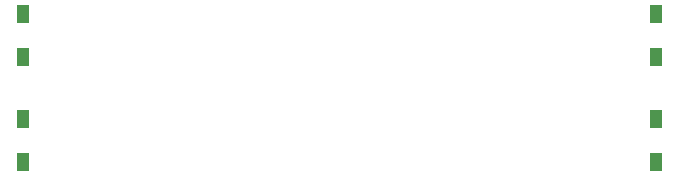
<source format=gbr>
%TF.GenerationSoftware,KiCad,Pcbnew,7.0.1*%
%TF.CreationDate,2023-04-20T14:42:13+09:00*%
%TF.ProjectId,dcc-adapter-board-kato-1.310-21mtc,6463632d-6164-4617-9074-65722d626f61,rev?*%
%TF.SameCoordinates,Original*%
%TF.FileFunction,Paste,Bot*%
%TF.FilePolarity,Positive*%
%FSLAX46Y46*%
G04 Gerber Fmt 4.6, Leading zero omitted, Abs format (unit mm)*
G04 Created by KiCad (PCBNEW 7.0.1) date 2023-04-20 14:42:13*
%MOMM*%
%LPD*%
G01*
G04 APERTURE LIST*
G04 Aperture macros list*
%AMRoundRect*
0 Rectangle with rounded corners*
0 $1 Rounding radius*
0 $2 $3 $4 $5 $6 $7 $8 $9 X,Y pos of 4 corners*
0 Add a 4 corners polygon primitive as box body*
4,1,4,$2,$3,$4,$5,$6,$7,$8,$9,$2,$3,0*
0 Add four circle primitives for the rounded corners*
1,1,$1+$1,$2,$3*
1,1,$1+$1,$4,$5*
1,1,$1+$1,$6,$7*
1,1,$1+$1,$8,$9*
0 Add four rect primitives between the rounded corners*
20,1,$1+$1,$2,$3,$4,$5,0*
20,1,$1+$1,$4,$5,$6,$7,0*
20,1,$1+$1,$6,$7,$8,$9,0*
20,1,$1+$1,$8,$9,$2,$3,0*%
G04 Aperture macros list end*
%ADD10RoundRect,0.203704X-0.346296X0.596296X-0.346296X-0.596296X0.346296X-0.596296X0.346296X0.596296X0*%
%ADD11RoundRect,0.203704X0.346296X-0.596296X0.346296X0.596296X-0.346296X0.596296X-0.346296X-0.596296X0*%
G04 APERTURE END LIST*
D10*
%TO.C,LED_{Rear_Left}1*%
X66430000Y-30800000D03*
X66430000Y-27100000D03*
%TD*%
D11*
%TO.C,LED_{Front_Left}1*%
X120070000Y-27100000D03*
X120070000Y-30800000D03*
%TD*%
%TO.C,LED_{Front_Right}1*%
X120070000Y-36000000D03*
X120070000Y-39700000D03*
%TD*%
D10*
%TO.C,LED_{Rear_Right}1*%
X66430000Y-39700000D03*
X66430000Y-36000000D03*
%TD*%
M02*

</source>
